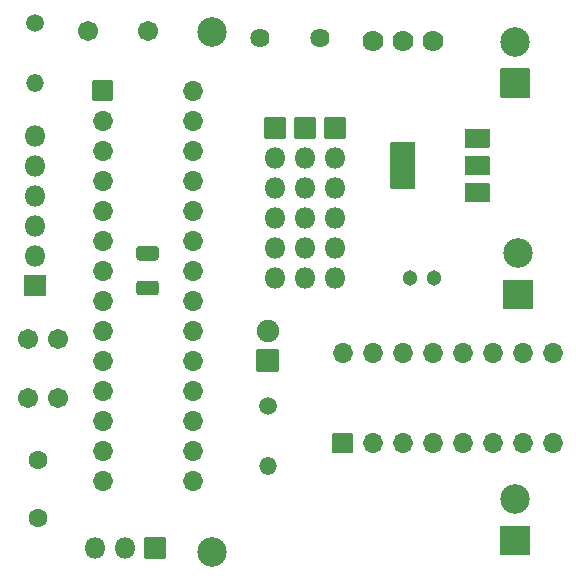
<source format=gbs>
G04 #@! TF.GenerationSoftware,KiCad,Pcbnew,(5.1.8)-1*
G04 #@! TF.CreationDate,2021-03-23T12:44:49+01:00*
G04 #@! TF.ProjectId,MicoBot1,4d69636f-426f-4743-912e-6b696361645f,rev?*
G04 #@! TF.SameCoordinates,Original*
G04 #@! TF.FileFunction,Soldermask,Bot*
G04 #@! TF.FilePolarity,Negative*
%FSLAX46Y46*%
G04 Gerber Fmt 4.6, Leading zero omitted, Abs format (unit mm)*
G04 Created by KiCad (PCBNEW (5.1.8)-1) date 2021-03-23 12:44:49*
%MOMM*%
%LPD*%
G01*
G04 APERTURE LIST*
%ADD10C,2.502000*%
%ADD11O,1.702000X1.702000*%
%ADD12C,1.626000*%
%ADD13C,1.778400*%
%ADD14C,1.502000*%
%ADD15O,1.502000X1.502000*%
%ADD16C,1.902000*%
%ADD17C,1.702000*%
%ADD18C,1.602000*%
%ADD19C,1.302000*%
%ADD20O,1.802000X1.802000*%
G04 APERTURE END LIST*
D10*
X118500000Y-147000000D03*
X118500000Y-103000000D03*
G36*
G01*
X108369000Y-108750000D02*
X108369000Y-107150000D01*
G75*
G02*
X108420000Y-107099000I51000J0D01*
G01*
X110020000Y-107099000D01*
G75*
G02*
X110071000Y-107150000I0J-51000D01*
G01*
X110071000Y-108750000D01*
G75*
G02*
X110020000Y-108801000I-51000J0D01*
G01*
X108420000Y-108801000D01*
G75*
G02*
X108369000Y-108750000I0J51000D01*
G01*
G37*
D11*
X116840000Y-140970000D03*
X109220000Y-110490000D03*
X116840000Y-138430000D03*
X109220000Y-113030000D03*
X116840000Y-135890000D03*
X109220000Y-115570000D03*
X116840000Y-133350000D03*
X109220000Y-118110000D03*
X116840000Y-130810000D03*
X109220000Y-120650000D03*
X116840000Y-128270000D03*
X109220000Y-123190000D03*
X116840000Y-125730000D03*
X109220000Y-125730000D03*
X116840000Y-123190000D03*
X109220000Y-128270000D03*
X116840000Y-120650000D03*
X109220000Y-130810000D03*
X116840000Y-118110000D03*
X109220000Y-133350000D03*
X116840000Y-115570000D03*
X109220000Y-135890000D03*
X116840000Y-113030000D03*
X109220000Y-138430000D03*
X116840000Y-110490000D03*
X109220000Y-140970000D03*
X116840000Y-107950000D03*
G36*
G01*
X130340000Y-138646000D02*
X128740000Y-138646000D01*
G75*
G02*
X128689000Y-138595000I0J51000D01*
G01*
X128689000Y-136995000D01*
G75*
G02*
X128740000Y-136944000I51000J0D01*
G01*
X130340000Y-136944000D01*
G75*
G02*
X130391000Y-136995000I0J-51000D01*
G01*
X130391000Y-138595000D01*
G75*
G02*
X130340000Y-138646000I-51000J0D01*
G01*
G37*
X147320000Y-130175000D03*
X132080000Y-137795000D03*
X144780000Y-130175000D03*
X134620000Y-137795000D03*
X142240000Y-130175000D03*
X137160000Y-137795000D03*
X139700000Y-130175000D03*
X139700000Y-137795000D03*
X137160000Y-130175000D03*
X142240000Y-137795000D03*
X134620000Y-130175000D03*
X144780000Y-137795000D03*
X132080000Y-130175000D03*
X147320000Y-137795000D03*
X129540000Y-130175000D03*
D12*
X122555000Y-103505000D03*
X127635000Y-103505000D03*
G36*
G01*
X135696000Y-112400000D02*
X135696000Y-116200000D01*
G75*
G02*
X135645000Y-116251000I-51000J0D01*
G01*
X133645000Y-116251000D01*
G75*
G02*
X133594000Y-116200000I0J51000D01*
G01*
X133594000Y-112400000D01*
G75*
G02*
X133645000Y-112349000I51000J0D01*
G01*
X135645000Y-112349000D01*
G75*
G02*
X135696000Y-112400000I0J-51000D01*
G01*
G37*
G36*
G01*
X141996000Y-113550000D02*
X141996000Y-115050000D01*
G75*
G02*
X141945000Y-115101000I-51000J0D01*
G01*
X139945000Y-115101000D01*
G75*
G02*
X139894000Y-115050000I0J51000D01*
G01*
X139894000Y-113550000D01*
G75*
G02*
X139945000Y-113499000I51000J0D01*
G01*
X141945000Y-113499000D01*
G75*
G02*
X141996000Y-113550000I0J-51000D01*
G01*
G37*
G36*
G01*
X141996000Y-115850000D02*
X141996000Y-117350000D01*
G75*
G02*
X141945000Y-117401000I-51000J0D01*
G01*
X139945000Y-117401000D01*
G75*
G02*
X139894000Y-117350000I0J51000D01*
G01*
X139894000Y-115850000D01*
G75*
G02*
X139945000Y-115799000I51000J0D01*
G01*
X141945000Y-115799000D01*
G75*
G02*
X141996000Y-115850000I0J-51000D01*
G01*
G37*
G36*
G01*
X141996000Y-111250000D02*
X141996000Y-112750000D01*
G75*
G02*
X141945000Y-112801000I-51000J0D01*
G01*
X139945000Y-112801000D01*
G75*
G02*
X139894000Y-112750000I0J51000D01*
G01*
X139894000Y-111250000D01*
G75*
G02*
X139945000Y-111199000I51000J0D01*
G01*
X141945000Y-111199000D01*
G75*
G02*
X141996000Y-111250000I0J-51000D01*
G01*
G37*
D13*
X132080000Y-103759000D03*
X137160000Y-103759000D03*
X134620000Y-103759000D03*
D14*
X123190000Y-134620000D03*
D15*
X123190000Y-139700000D03*
G36*
G01*
X124090000Y-131761000D02*
X122290000Y-131761000D01*
G75*
G02*
X122239000Y-131710000I0J51000D01*
G01*
X122239000Y-129910000D01*
G75*
G02*
X122290000Y-129859000I51000J0D01*
G01*
X124090000Y-129859000D01*
G75*
G02*
X124141000Y-129910000I0J-51000D01*
G01*
X124141000Y-131710000D01*
G75*
G02*
X124090000Y-131761000I-51000J0D01*
G01*
G37*
D16*
X123190000Y-128270000D03*
D17*
X105410000Y-133985000D03*
X105410000Y-128985000D03*
X102870000Y-128985000D03*
X102870000Y-133985000D03*
X113030000Y-102870000D03*
X108030000Y-102870000D03*
D14*
X103505000Y-102235000D03*
D15*
X103505000Y-107315000D03*
D18*
X103759000Y-144145000D03*
X103759000Y-139265000D03*
D19*
X135255000Y-123825000D03*
X137255000Y-123825000D03*
G36*
G01*
X145345000Y-108566000D02*
X142945000Y-108566000D01*
G75*
G02*
X142894000Y-108515000I0J51000D01*
G01*
X142894000Y-106115000D01*
G75*
G02*
X142945000Y-106064000I51000J0D01*
G01*
X145345000Y-106064000D01*
G75*
G02*
X145396000Y-106115000I0J-51000D01*
G01*
X145396000Y-108515000D01*
G75*
G02*
X145345000Y-108566000I-51000J0D01*
G01*
G37*
D10*
X144145000Y-103815000D03*
G36*
G01*
X145345000Y-147301000D02*
X142945000Y-147301000D01*
G75*
G02*
X142894000Y-147250000I0J51000D01*
G01*
X142894000Y-144850000D01*
G75*
G02*
X142945000Y-144799000I51000J0D01*
G01*
X145345000Y-144799000D01*
G75*
G02*
X145396000Y-144850000I0J-51000D01*
G01*
X145396000Y-147250000D01*
G75*
G02*
X145345000Y-147301000I-51000J0D01*
G01*
G37*
X144145000Y-142550000D03*
X144399000Y-121722000D03*
G36*
G01*
X145599000Y-126473000D02*
X143199000Y-126473000D01*
G75*
G02*
X143148000Y-126422000I0J51000D01*
G01*
X143148000Y-124022000D01*
G75*
G02*
X143199000Y-123971000I51000J0D01*
G01*
X145599000Y-123971000D01*
G75*
G02*
X145650000Y-124022000I0J-51000D01*
G01*
X145650000Y-126422000D01*
G75*
G02*
X145599000Y-126473000I-51000J0D01*
G01*
G37*
G36*
G01*
X122924000Y-111975000D02*
X122924000Y-110275000D01*
G75*
G02*
X122975000Y-110224000I51000J0D01*
G01*
X124675000Y-110224000D01*
G75*
G02*
X124726000Y-110275000I0J-51000D01*
G01*
X124726000Y-111975000D01*
G75*
G02*
X124675000Y-112026000I-51000J0D01*
G01*
X122975000Y-112026000D01*
G75*
G02*
X122924000Y-111975000I0J51000D01*
G01*
G37*
D20*
X123825000Y-113665000D03*
X123825000Y-116205000D03*
X123825000Y-118745000D03*
X123825000Y-121285000D03*
X123825000Y-123825000D03*
G36*
G01*
X112815000Y-145784000D02*
X114515000Y-145784000D01*
G75*
G02*
X114566000Y-145835000I0J-51000D01*
G01*
X114566000Y-147535000D01*
G75*
G02*
X114515000Y-147586000I-51000J0D01*
G01*
X112815000Y-147586000D01*
G75*
G02*
X112764000Y-147535000I0J51000D01*
G01*
X112764000Y-145835000D01*
G75*
G02*
X112815000Y-145784000I51000J0D01*
G01*
G37*
X111125000Y-146685000D03*
X108585000Y-146685000D03*
X103505000Y-111760000D03*
X103505000Y-114300000D03*
X103505000Y-116840000D03*
X103505000Y-119380000D03*
X103505000Y-121920000D03*
G36*
G01*
X104406000Y-123610000D02*
X104406000Y-125310000D01*
G75*
G02*
X104355000Y-125361000I-51000J0D01*
G01*
X102655000Y-125361000D01*
G75*
G02*
X102604000Y-125310000I0J51000D01*
G01*
X102604000Y-123610000D01*
G75*
G02*
X102655000Y-123559000I51000J0D01*
G01*
X104355000Y-123559000D01*
G75*
G02*
X104406000Y-123610000I0J-51000D01*
G01*
G37*
X126365000Y-123825000D03*
X126365000Y-121285000D03*
X126365000Y-118745000D03*
X126365000Y-116205000D03*
X126365000Y-113665000D03*
G36*
G01*
X125464000Y-111975000D02*
X125464000Y-110275000D01*
G75*
G02*
X125515000Y-110224000I51000J0D01*
G01*
X127215000Y-110224000D01*
G75*
G02*
X127266000Y-110275000I0J-51000D01*
G01*
X127266000Y-111975000D01*
G75*
G02*
X127215000Y-112026000I-51000J0D01*
G01*
X125515000Y-112026000D01*
G75*
G02*
X125464000Y-111975000I0J51000D01*
G01*
G37*
G36*
G01*
X128004000Y-111975000D02*
X128004000Y-110275000D01*
G75*
G02*
X128055000Y-110224000I51000J0D01*
G01*
X129755000Y-110224000D01*
G75*
G02*
X129806000Y-110275000I0J-51000D01*
G01*
X129806000Y-111975000D01*
G75*
G02*
X129755000Y-112026000I-51000J0D01*
G01*
X128055000Y-112026000D01*
G75*
G02*
X128004000Y-111975000I0J51000D01*
G01*
G37*
X128905000Y-113665000D03*
X128905000Y-116205000D03*
X128905000Y-118745000D03*
X128905000Y-121285000D03*
X128905000Y-123825000D03*
G36*
G01*
X112351172Y-121089000D02*
X113708828Y-121089000D01*
G75*
G02*
X113981000Y-121361172I0J-272172D01*
G01*
X113981000Y-122068828D01*
G75*
G02*
X113708828Y-122341000I-272172J0D01*
G01*
X112351172Y-122341000D01*
G75*
G02*
X112079000Y-122068828I0J272172D01*
G01*
X112079000Y-121361172D01*
G75*
G02*
X112351172Y-121089000I272172J0D01*
G01*
G37*
G36*
G01*
X112351172Y-124039000D02*
X113708828Y-124039000D01*
G75*
G02*
X113981000Y-124311172I0J-272172D01*
G01*
X113981000Y-125018828D01*
G75*
G02*
X113708828Y-125291000I-272172J0D01*
G01*
X112351172Y-125291000D01*
G75*
G02*
X112079000Y-125018828I0J272172D01*
G01*
X112079000Y-124311172D01*
G75*
G02*
X112351172Y-124039000I272172J0D01*
G01*
G37*
M02*

</source>
